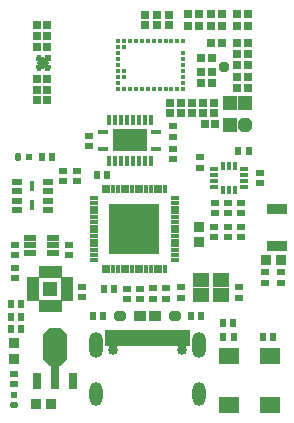
<source format=gts>
G04*
G04 #@! TF.GenerationSoftware,Altium Limited,Altium Designer,20.1.14 (287)*
G04*
G04 Layer_Color=8388736*
%FSLAX25Y25*%
%MOIN*%
G70*
G04*
G04 #@! TF.SameCoordinates,C6E2488E-A08A-4CE9-B207-DE92606EBE29*
G04*
G04*
G04 #@! TF.FilePolarity,Negative*
G04*
G01*
G75*
%ADD35R,0.01968X0.02362*%
G04:AMPARAMS|DCode=36|XSize=19.68mil|YSize=23.62mil|CornerRadius=0mil|HoleSize=0mil|Usage=FLASHONLY|Rotation=0.000|XOffset=0mil|YOffset=0mil|HoleType=Round|Shape=Octagon|*
%AMOCTAGOND36*
4,1,8,-0.00492,0.01181,0.00492,0.01181,0.00984,0.00689,0.00984,-0.00689,0.00492,-0.01181,-0.00492,-0.01181,-0.00984,-0.00689,-0.00984,0.00689,-0.00492,0.01181,0.0*
%
%ADD36OCTAGOND36*%

%ADD37R,0.02362X0.01968*%
G04:AMPARAMS|DCode=38|XSize=19.68mil|YSize=23.62mil|CornerRadius=0mil|HoleSize=0mil|Usage=FLASHONLY|Rotation=90.000|XOffset=0mil|YOffset=0mil|HoleType=Round|Shape=Octagon|*
%AMOCTAGOND38*
4,1,8,-0.01181,-0.00492,-0.01181,0.00492,-0.00689,0.00984,0.00689,0.00984,0.01181,0.00492,0.01181,-0.00492,0.00689,-0.00984,-0.00689,-0.00984,-0.01181,-0.00492,0.0*
%
%ADD38OCTAGOND38*%

%ADD70R,0.03162X0.05524*%
%ADD71R,0.03162X0.09068*%
G04:AMPARAMS|DCode=72|XSize=78.87mil|YSize=126.11mil|CornerRadius=0mil|HoleSize=0mil|Usage=FLASHONLY|Rotation=180.000|XOffset=0mil|YOffset=0mil|HoleType=Round|Shape=Octagon|*
%AMOCTAGOND72*
4,1,8,0.01972,-0.06306,-0.01972,-0.06306,-0.03943,-0.04334,-0.03943,0.04334,-0.01972,0.06306,0.01972,0.06306,0.03943,0.04334,0.03943,-0.04334,0.01972,-0.06306,0.0*
%
%ADD72OCTAGOND72*%

%ADD73R,0.03800X0.03800*%
%ADD74R,0.02375X0.02769*%
%ADD75R,0.02808X0.03162*%
%ADD76C,0.03753*%
%ADD77R,0.03750X0.01500*%
%ADD78R,0.01500X0.03750*%
%ADD79R,0.11430X0.07490*%
%ADD80R,0.02769X0.02375*%
%ADD81R,0.01981X0.05288*%
%ADD82R,0.06935X0.03550*%
%ADD83R,0.03800X0.03300*%
%ADD84R,0.16548X0.16548*%
%ADD85R,0.01187X0.03018*%
%ADD86R,0.03018X0.01187*%
%ADD87R,0.03162X0.02808*%
G04:AMPARAMS|DCode=88|XSize=49.34mil|YSize=45.4mil|CornerRadius=0mil|HoleSize=0mil|Usage=FLASHONLY|Rotation=270.000|XOffset=0mil|YOffset=0mil|HoleType=Round|Shape=Octagon|*
%AMOCTAGOND88*
4,1,8,-0.01135,-0.02467,0.01135,-0.02467,0.02270,-0.01332,0.02270,0.01332,0.01135,0.02467,-0.01135,0.02467,-0.02270,0.01332,-0.02270,-0.01332,-0.01135,-0.02467,0.0*
%
%ADD88OCTAGOND88*%

%ADD89R,0.04540X0.04934*%
%ADD90R,0.03550X0.01975*%
%ADD91R,0.01778X0.03550*%
%ADD92R,0.03300X0.03800*%
%ADD93R,0.01502X0.03057*%
%ADD94R,0.03057X0.01502*%
%ADD95R,0.04500X0.04500*%
%ADD96R,0.02000X0.04000*%
%ADD97R,0.04000X0.02000*%
%ADD98R,0.01745X0.01824*%
%ADD99R,0.01194X0.01194*%
G04:AMPARAMS|DCode=100|XSize=11.94mil|YSize=17.25mil|CornerRadius=0mil|HoleSize=0mil|Usage=FLASHONLY|Rotation=225.000|XOffset=0mil|YOffset=0mil|HoleType=Round|Shape=Rectangle|*
%AMROTATEDRECTD100*
4,1,4,-0.00188,0.01032,0.01032,-0.00188,0.00188,-0.01032,-0.01032,0.00188,-0.00188,0.01032,0.0*
%
%ADD100ROTATEDRECTD100*%

%ADD101R,0.01233X0.02335*%
%ADD102R,0.01824X0.01745*%
%ADD103P,0.04027X4X270.0*%
G04:AMPARAMS|DCode=104|XSize=17.25mil|YSize=11.94mil|CornerRadius=0mil|HoleSize=0mil|Usage=FLASHONLY|Rotation=225.000|XOffset=0mil|YOffset=0mil|HoleType=Round|Shape=Rectangle|*
%AMROTATEDRECTD104*
4,1,4,0.00188,0.01032,0.01032,0.00188,-0.00188,-0.01032,-0.01032,-0.00188,0.00188,0.01032,0.0*
%
%ADD104ROTATEDRECTD104*%

%ADD105R,0.03800X0.03800*%
G04:AMPARAMS|DCode=106|XSize=39.5mil|YSize=35.56mil|CornerRadius=0mil|HoleSize=0mil|Usage=FLASHONLY|Rotation=0.000|XOffset=0mil|YOffset=0mil|HoleType=Round|Shape=Octagon|*
%AMOCTAGOND106*
4,1,8,0.01975,-0.00889,0.01975,0.00889,0.01086,0.01778,-0.01086,0.01778,-0.01975,0.00889,-0.01975,-0.00889,-0.01086,-0.01778,0.01086,-0.01778,0.01975,-0.00889,0.0*
%
%ADD106OCTAGOND106*%

%ADD107R,0.03950X0.03556*%
%ADD108R,0.05524X0.04737*%
%ADD109R,0.04147X0.02178*%
%ADD110R,0.06706X0.05300*%
%ADD111C,0.01476*%
%ADD112C,0.03359*%
%ADD113O,0.04737X0.08674*%
%ADD114O,0.04343X0.07887*%
%ADD115C,0.02375*%
%ADD116C,0.02400*%
D35*
X9772Y87526D02*
D03*
D36*
X6229D02*
D03*
D37*
X5000Y8272D02*
D03*
D38*
Y4728D02*
D03*
D70*
X12595Y12807D02*
D03*
X24406D02*
D03*
D71*
X18500Y14500D02*
D03*
D72*
Y24300D02*
D03*
D73*
X5000Y25418D02*
D03*
Y20300D02*
D03*
D74*
X3728Y30100D02*
D03*
X7271Y30100D02*
D03*
X91347Y27500D02*
D03*
X88000D02*
D03*
X77846Y32000D02*
D03*
X74500D02*
D03*
X78043Y27500D02*
D03*
X74500Y27500D02*
D03*
X32457Y81500D02*
D03*
X36000Y81500D02*
D03*
X34728Y43500D02*
D03*
X38271Y43500D02*
D03*
X34500Y34500D02*
D03*
X31154Y34500D02*
D03*
X67347Y34500D02*
D03*
X64000Y34500D02*
D03*
X14154Y87500D02*
D03*
X17500Y87500D02*
D03*
X7075Y38400D02*
D03*
X3729Y38400D02*
D03*
X7075Y34250D02*
D03*
X3729D02*
D03*
X83043Y89500D02*
D03*
X79500Y89500D02*
D03*
D75*
X82772Y121850D02*
D03*
X79228D02*
D03*
X15972Y127800D02*
D03*
X12428D02*
D03*
X15972Y124300D02*
D03*
X12428Y124300D02*
D03*
X72000Y98400D02*
D03*
X68457D02*
D03*
X79228Y125633D02*
D03*
X82772D02*
D03*
Y135000D02*
D03*
X79228D02*
D03*
X74043Y135000D02*
D03*
X70500D02*
D03*
X63000D02*
D03*
X66543D02*
D03*
X70772Y115850D02*
D03*
X67228D02*
D03*
X82772Y118067D02*
D03*
X79228D02*
D03*
X82772Y110500D02*
D03*
X79228D02*
D03*
X12402Y131327D02*
D03*
X15945D02*
D03*
X12402Y113327D02*
D03*
X15945Y113327D02*
D03*
X12402Y109827D02*
D03*
X15945D02*
D03*
X12402Y106327D02*
D03*
X15945Y106327D02*
D03*
X82772Y114283D02*
D03*
X79228D02*
D03*
X82772Y131167D02*
D03*
X79228D02*
D03*
X63000Y131000D02*
D03*
X66543D02*
D03*
X67228Y112100D02*
D03*
X70772D02*
D03*
X74043Y125633D02*
D03*
X70500D02*
D03*
X67228Y120400D02*
D03*
X70772D02*
D03*
X70500Y131000D02*
D03*
X74043D02*
D03*
D76*
X74902Y117327D02*
D03*
D77*
X52360Y95950D02*
D03*
X34640D02*
D03*
Y90040D02*
D03*
X52360D02*
D03*
D78*
X50380Y99880D02*
D03*
X48410D02*
D03*
X46450D02*
D03*
X44480D02*
D03*
X42510D02*
D03*
X40540D02*
D03*
X38570D02*
D03*
X36600D02*
D03*
Y86100D02*
D03*
X38570D02*
D03*
X40550Y86110D02*
D03*
X42520D02*
D03*
X44480D02*
D03*
X46450D02*
D03*
X48420D02*
D03*
X50390D02*
D03*
D79*
X43500Y93000D02*
D03*
D80*
X58000Y97671D02*
D03*
X58000Y94128D02*
D03*
X5000Y15271D02*
D03*
X5000Y11925D02*
D03*
X94000Y49000D02*
D03*
X94000Y45457D02*
D03*
X88400Y49000D02*
D03*
X88400Y45457D02*
D03*
X42500Y43575D02*
D03*
X42500Y40229D02*
D03*
X46833Y43575D02*
D03*
Y40229D02*
D03*
X71500Y60728D02*
D03*
X71500Y64271D02*
D03*
X76100Y60728D02*
D03*
X76100Y64271D02*
D03*
X80600Y60728D02*
D03*
X80600Y64271D02*
D03*
X51167Y40228D02*
D03*
X51167Y43771D02*
D03*
X55500Y40228D02*
D03*
X55500Y43771D02*
D03*
X80000Y40457D02*
D03*
X80000Y44000D02*
D03*
X60500Y40457D02*
D03*
X60500Y44000D02*
D03*
X23090Y54654D02*
D03*
Y58000D02*
D03*
X5091Y58147D02*
D03*
X5091Y54800D02*
D03*
X21229Y82872D02*
D03*
X21228Y79329D02*
D03*
X25872Y82872D02*
D03*
X25871Y79329D02*
D03*
X76250Y72075D02*
D03*
X76250Y68729D02*
D03*
X80500Y72075D02*
D03*
X80500Y68729D02*
D03*
X72000Y72075D02*
D03*
Y68729D02*
D03*
X5100Y50572D02*
D03*
X5100Y47029D02*
D03*
X27500Y44272D02*
D03*
X27500Y40729D02*
D03*
X87000Y78925D02*
D03*
Y82271D02*
D03*
X66800Y87443D02*
D03*
X66800Y83900D02*
D03*
X58000Y90272D02*
D03*
X58000Y86729D02*
D03*
X30000Y94575D02*
D03*
Y91229D02*
D03*
D81*
X48394Y27213D02*
D03*
X46425D02*
D03*
X44457D02*
D03*
X42488D02*
D03*
X40520D02*
D03*
X39339D02*
D03*
X37370D02*
D03*
X36189D02*
D03*
X50362D02*
D03*
X52331D02*
D03*
X54299D02*
D03*
X56268D02*
D03*
X58236D02*
D03*
X59417D02*
D03*
X61386D02*
D03*
X62567D02*
D03*
D82*
X92400Y57898D02*
D03*
Y70103D02*
D03*
D83*
X88900Y53200D02*
D03*
X93900D02*
D03*
D84*
X45000Y63500D02*
D03*
D85*
X55236Y50085D02*
D03*
X53662D02*
D03*
X52087D02*
D03*
X50512D02*
D03*
X48937D02*
D03*
X47362D02*
D03*
X45788D02*
D03*
X44213D02*
D03*
X42638D02*
D03*
X41063D02*
D03*
X39488D02*
D03*
X37914D02*
D03*
X36339D02*
D03*
X34764D02*
D03*
X34764Y76916D02*
D03*
X36339Y76916D02*
D03*
X37914Y76916D02*
D03*
X39488Y76916D02*
D03*
X41063Y76916D02*
D03*
X42638D02*
D03*
X44213Y76916D02*
D03*
X45788D02*
D03*
X47362Y76916D02*
D03*
X48937Y76916D02*
D03*
X50512Y76916D02*
D03*
X52087D02*
D03*
X53662Y76916D02*
D03*
X55236Y76916D02*
D03*
D86*
X31585Y53264D02*
D03*
X31585Y54839D02*
D03*
Y56414D02*
D03*
Y57988D02*
D03*
Y59563D02*
D03*
Y61138D02*
D03*
Y62713D02*
D03*
Y64288D02*
D03*
Y65862D02*
D03*
Y67437D02*
D03*
Y69012D02*
D03*
Y70587D02*
D03*
Y72162D02*
D03*
X31585Y73736D02*
D03*
X58416D02*
D03*
X58416Y72162D02*
D03*
X58416Y70587D02*
D03*
X58416Y69012D02*
D03*
Y67437D02*
D03*
Y65862D02*
D03*
Y64288D02*
D03*
Y62713D02*
D03*
X58416Y61138D02*
D03*
X58416Y59563D02*
D03*
Y57988D02*
D03*
Y56414D02*
D03*
Y54839D02*
D03*
X58416Y53264D02*
D03*
D87*
X57000Y102028D02*
D03*
Y105572D02*
D03*
X60625Y102028D02*
D03*
Y105572D02*
D03*
X64250Y102028D02*
D03*
Y105572D02*
D03*
X67875Y102028D02*
D03*
Y105572D02*
D03*
X71500D02*
D03*
Y102028D02*
D03*
X56673Y131327D02*
D03*
Y134870D02*
D03*
X48673Y131327D02*
D03*
Y134870D02*
D03*
X52673Y131327D02*
D03*
Y134870D02*
D03*
D88*
X82000Y98300D02*
D03*
D89*
X77000D02*
D03*
X77000Y105584D02*
D03*
X82000Y105583D02*
D03*
D90*
X5881Y79224D02*
D03*
Y76075D02*
D03*
Y72925D02*
D03*
Y69776D02*
D03*
X16117D02*
D03*
Y72925D02*
D03*
Y76075D02*
D03*
Y79224D02*
D03*
D91*
X11000Y77658D02*
D03*
X11000Y71358D02*
D03*
D92*
X66500Y59000D02*
D03*
Y64000D02*
D03*
D93*
X78468Y76514D02*
D03*
X76500D02*
D03*
X74531D02*
D03*
Y84486D02*
D03*
X76500D02*
D03*
X78468D02*
D03*
D94*
X71531Y77547D02*
D03*
Y79516D02*
D03*
Y81484D02*
D03*
Y83453D02*
D03*
X81468D02*
D03*
Y81484D02*
D03*
Y79516D02*
D03*
Y77547D02*
D03*
D95*
X17000Y43500D02*
D03*
D96*
X14047Y49200D02*
D03*
X16016D02*
D03*
X17984D02*
D03*
X19953D02*
D03*
Y37800D02*
D03*
X17984Y37800D02*
D03*
X16016D02*
D03*
X14047Y37800D02*
D03*
D97*
X22700Y46453D02*
D03*
Y44484D02*
D03*
Y42516D02*
D03*
X22700Y40547D02*
D03*
X11300D02*
D03*
X11300Y42516D02*
D03*
Y44484D02*
D03*
Y46453D02*
D03*
D98*
X16506Y120106D02*
D03*
X12726D02*
D03*
Y117547D02*
D03*
X16506D02*
D03*
D99*
X16585Y120795D02*
D03*
X15955Y120283D02*
D03*
X13278Y117370D02*
D03*
Y120283D02*
D03*
X15955Y117370D02*
D03*
D100*
X15845Y120059D02*
D03*
X13388Y117595D02*
D03*
D101*
X16191Y120421D02*
D03*
X13041Y117232D02*
D03*
Y120421D02*
D03*
X16191Y117232D02*
D03*
D102*
X15896Y120717D02*
D03*
X13337Y116937D02*
D03*
Y120717D02*
D03*
X15896Y116937D02*
D03*
D103*
X14616Y118827D02*
D03*
D104*
X13388Y120059D02*
D03*
X15845Y117595D02*
D03*
D105*
X12182Y5100D02*
D03*
X17300D02*
D03*
D106*
X58693Y34500D02*
D03*
X40154D02*
D03*
D107*
X52000D02*
D03*
X46846D02*
D03*
D108*
X67154Y41441D02*
D03*
X73847D02*
D03*
Y46559D02*
D03*
X67154D02*
D03*
D109*
X17929Y60559D02*
D03*
Y58000D02*
D03*
Y55441D02*
D03*
X10252D02*
D03*
X10252Y58000D02*
D03*
X10252Y60559D02*
D03*
D110*
X76500Y4831D02*
D03*
Y21169D02*
D03*
X90043Y4831D02*
D03*
Y21169D02*
D03*
D111*
X39626Y110252D02*
D03*
Y112221D02*
D03*
Y114189D02*
D03*
Y116157D02*
D03*
X41594Y110252D02*
D03*
Y114189D02*
D03*
Y116157D02*
D03*
X43563Y110252D02*
D03*
X45531D02*
D03*
X51437D02*
D03*
X49468D02*
D03*
X47500D02*
D03*
X57342D02*
D03*
X55374D02*
D03*
X53405D02*
D03*
X61279D02*
D03*
X59311D02*
D03*
X61279Y112221D02*
D03*
Y114189D02*
D03*
Y116157D02*
D03*
Y118126D02*
D03*
X39626D02*
D03*
X61279Y120095D02*
D03*
X39626D02*
D03*
X61279Y122063D02*
D03*
X39626D02*
D03*
X41594Y124031D02*
D03*
X39626D02*
D03*
X61279Y126000D02*
D03*
X41594D02*
D03*
X39626D02*
D03*
X59311D02*
D03*
X53405D02*
D03*
X55374D02*
D03*
X57342D02*
D03*
X47500D02*
D03*
X49468D02*
D03*
X51437D02*
D03*
X45531D02*
D03*
X43563D02*
D03*
D112*
X38000Y23000D02*
D03*
X60756D02*
D03*
D113*
X32350Y24890D02*
D03*
X66405Y24890D02*
D03*
D114*
X32350Y8433D02*
D03*
X66405D02*
D03*
D115*
X3728Y30100D02*
D03*
X73893Y125571D02*
D03*
D116*
X45000Y63500D02*
D03*
X45000Y59564D02*
D03*
X44998Y67436D02*
D03*
X48937Y67438D02*
D03*
X41063D02*
D03*
X48936Y59564D02*
D03*
Y63500D02*
D03*
X41063Y59564D02*
D03*
Y63501D02*
D03*
M02*

</source>
